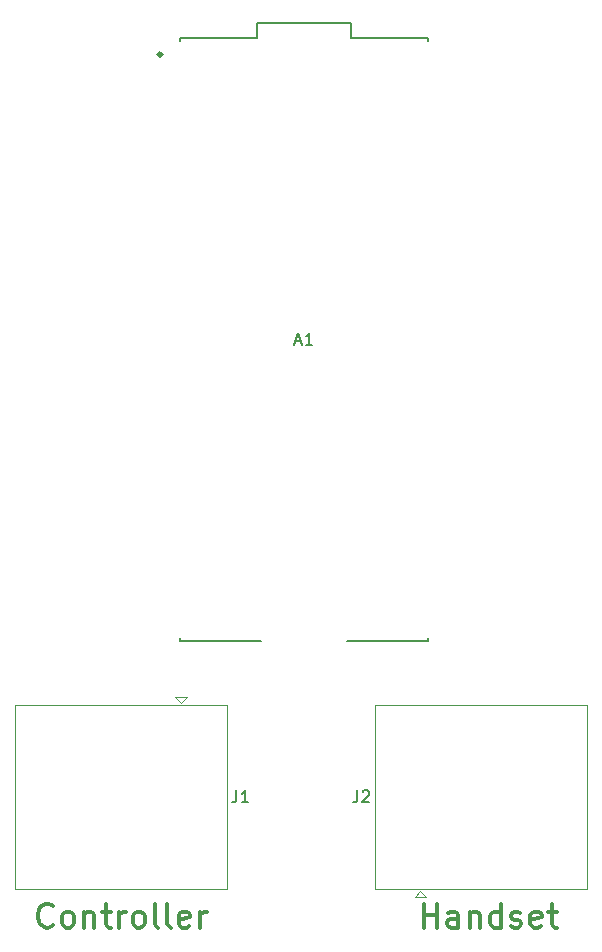
<source format=gbr>
%TF.GenerationSoftware,KiCad,Pcbnew,6.0.10-86aedd382b~118~ubuntu18.04.1*%
%TF.CreationDate,2025-01-01T16:08:03+10:30*%
%TF.ProjectId,pcb,7063622e-6b69-4636-9164-5f7063625858,1*%
%TF.SameCoordinates,Original*%
%TF.FileFunction,Legend,Top*%
%TF.FilePolarity,Positive*%
%FSLAX46Y46*%
G04 Gerber Fmt 4.6, Leading zero omitted, Abs format (unit mm)*
G04 Created by KiCad (PCBNEW 6.0.10-86aedd382b~118~ubuntu18.04.1) date 2025-01-01 16:08:03*
%MOMM*%
%LPD*%
G01*
G04 APERTURE LIST*
%ADD10C,0.300000*%
%ADD11C,0.150000*%
%ADD12C,0.127000*%
%ADD13C,0.120000*%
G04 APERTURE END LIST*
D10*
X109411190Y-136159761D02*
X109411190Y-134159761D01*
X109411190Y-135112142D02*
X110554047Y-135112142D01*
X110554047Y-136159761D02*
X110554047Y-134159761D01*
X112363571Y-136159761D02*
X112363571Y-135112142D01*
X112268333Y-134921666D01*
X112077857Y-134826428D01*
X111696904Y-134826428D01*
X111506428Y-134921666D01*
X112363571Y-136064523D02*
X112173095Y-136159761D01*
X111696904Y-136159761D01*
X111506428Y-136064523D01*
X111411190Y-135874047D01*
X111411190Y-135683571D01*
X111506428Y-135493095D01*
X111696904Y-135397857D01*
X112173095Y-135397857D01*
X112363571Y-135302619D01*
X113315952Y-134826428D02*
X113315952Y-136159761D01*
X113315952Y-135016904D02*
X113411190Y-134921666D01*
X113601666Y-134826428D01*
X113887380Y-134826428D01*
X114077857Y-134921666D01*
X114173095Y-135112142D01*
X114173095Y-136159761D01*
X115982619Y-136159761D02*
X115982619Y-134159761D01*
X115982619Y-136064523D02*
X115792142Y-136159761D01*
X115411190Y-136159761D01*
X115220714Y-136064523D01*
X115125476Y-135969285D01*
X115030238Y-135778809D01*
X115030238Y-135207380D01*
X115125476Y-135016904D01*
X115220714Y-134921666D01*
X115411190Y-134826428D01*
X115792142Y-134826428D01*
X115982619Y-134921666D01*
X116839761Y-136064523D02*
X117030238Y-136159761D01*
X117411190Y-136159761D01*
X117601666Y-136064523D01*
X117696904Y-135874047D01*
X117696904Y-135778809D01*
X117601666Y-135588333D01*
X117411190Y-135493095D01*
X117125476Y-135493095D01*
X116935000Y-135397857D01*
X116839761Y-135207380D01*
X116839761Y-135112142D01*
X116935000Y-134921666D01*
X117125476Y-134826428D01*
X117411190Y-134826428D01*
X117601666Y-134921666D01*
X119315952Y-136064523D02*
X119125476Y-136159761D01*
X118744523Y-136159761D01*
X118554047Y-136064523D01*
X118458809Y-135874047D01*
X118458809Y-135112142D01*
X118554047Y-134921666D01*
X118744523Y-134826428D01*
X119125476Y-134826428D01*
X119315952Y-134921666D01*
X119411190Y-135112142D01*
X119411190Y-135302619D01*
X118458809Y-135493095D01*
X119982619Y-134826428D02*
X120744523Y-134826428D01*
X120268333Y-134159761D02*
X120268333Y-135874047D01*
X120363571Y-136064523D01*
X120554047Y-136159761D01*
X120744523Y-136159761D01*
X78010476Y-135969285D02*
X77915238Y-136064523D01*
X77629523Y-136159761D01*
X77439047Y-136159761D01*
X77153333Y-136064523D01*
X76962857Y-135874047D01*
X76867619Y-135683571D01*
X76772380Y-135302619D01*
X76772380Y-135016904D01*
X76867619Y-134635952D01*
X76962857Y-134445476D01*
X77153333Y-134255000D01*
X77439047Y-134159761D01*
X77629523Y-134159761D01*
X77915238Y-134255000D01*
X78010476Y-134350238D01*
X79153333Y-136159761D02*
X78962857Y-136064523D01*
X78867619Y-135969285D01*
X78772380Y-135778809D01*
X78772380Y-135207380D01*
X78867619Y-135016904D01*
X78962857Y-134921666D01*
X79153333Y-134826428D01*
X79439047Y-134826428D01*
X79629523Y-134921666D01*
X79724761Y-135016904D01*
X79820000Y-135207380D01*
X79820000Y-135778809D01*
X79724761Y-135969285D01*
X79629523Y-136064523D01*
X79439047Y-136159761D01*
X79153333Y-136159761D01*
X80677142Y-134826428D02*
X80677142Y-136159761D01*
X80677142Y-135016904D02*
X80772380Y-134921666D01*
X80962857Y-134826428D01*
X81248571Y-134826428D01*
X81439047Y-134921666D01*
X81534285Y-135112142D01*
X81534285Y-136159761D01*
X82200952Y-134826428D02*
X82962857Y-134826428D01*
X82486666Y-134159761D02*
X82486666Y-135874047D01*
X82581904Y-136064523D01*
X82772380Y-136159761D01*
X82962857Y-136159761D01*
X83629523Y-136159761D02*
X83629523Y-134826428D01*
X83629523Y-135207380D02*
X83724761Y-135016904D01*
X83820000Y-134921666D01*
X84010476Y-134826428D01*
X84200952Y-134826428D01*
X85153333Y-136159761D02*
X84962857Y-136064523D01*
X84867619Y-135969285D01*
X84772380Y-135778809D01*
X84772380Y-135207380D01*
X84867619Y-135016904D01*
X84962857Y-134921666D01*
X85153333Y-134826428D01*
X85439047Y-134826428D01*
X85629523Y-134921666D01*
X85724761Y-135016904D01*
X85820000Y-135207380D01*
X85820000Y-135778809D01*
X85724761Y-135969285D01*
X85629523Y-136064523D01*
X85439047Y-136159761D01*
X85153333Y-136159761D01*
X86962857Y-136159761D02*
X86772380Y-136064523D01*
X86677142Y-135874047D01*
X86677142Y-134159761D01*
X88010476Y-136159761D02*
X87820000Y-136064523D01*
X87724761Y-135874047D01*
X87724761Y-134159761D01*
X89534285Y-136064523D02*
X89343809Y-136159761D01*
X88962857Y-136159761D01*
X88772380Y-136064523D01*
X88677142Y-135874047D01*
X88677142Y-135112142D01*
X88772380Y-134921666D01*
X88962857Y-134826428D01*
X89343809Y-134826428D01*
X89534285Y-134921666D01*
X89629523Y-135112142D01*
X89629523Y-135302619D01*
X88677142Y-135493095D01*
X90486666Y-136159761D02*
X90486666Y-134826428D01*
X90486666Y-135207380D02*
X90581904Y-135016904D01*
X90677142Y-134921666D01*
X90867619Y-134826428D01*
X91058095Y-134826428D01*
D11*
%TO.C,A1*%
X98570714Y-86526666D02*
X99046904Y-86526666D01*
X98475476Y-86812380D02*
X98808809Y-85812380D01*
X99142142Y-86812380D01*
X99999285Y-86812380D02*
X99427857Y-86812380D01*
X99713571Y-86812380D02*
X99713571Y-85812380D01*
X99618333Y-85955238D01*
X99523095Y-86050476D01*
X99427857Y-86098095D01*
%TO.C,J2*%
X103811666Y-124547380D02*
X103811666Y-125261666D01*
X103764047Y-125404523D01*
X103668809Y-125499761D01*
X103525952Y-125547380D01*
X103430714Y-125547380D01*
X104240238Y-124642619D02*
X104287857Y-124595000D01*
X104383095Y-124547380D01*
X104621190Y-124547380D01*
X104716428Y-124595000D01*
X104764047Y-124642619D01*
X104811666Y-124737857D01*
X104811666Y-124833095D01*
X104764047Y-124975952D01*
X104192619Y-125547380D01*
X104811666Y-125547380D01*
%TO.C,J1*%
X93566666Y-124547380D02*
X93566666Y-125261666D01*
X93519047Y-125404523D01*
X93423809Y-125499761D01*
X93280952Y-125547380D01*
X93185714Y-125547380D01*
X94566666Y-125547380D02*
X93995238Y-125547380D01*
X94280952Y-125547380D02*
X94280952Y-124547380D01*
X94185714Y-124690238D01*
X94090476Y-124785476D01*
X93995238Y-124833095D01*
D12*
%TO.C,A1*%
X95285000Y-59560000D02*
X103285000Y-59560000D01*
X88785000Y-61110000D02*
X88785000Y-60860000D01*
X95625000Y-111860000D02*
X88785000Y-111860000D01*
X103285000Y-59560000D02*
X103285000Y-60860000D01*
X109785000Y-60860000D02*
X109785000Y-61110000D01*
X109785000Y-111860000D02*
X102945000Y-111860000D01*
X109785000Y-111860000D02*
X109785000Y-111610000D01*
X88785000Y-60860000D02*
X95285000Y-60860000D01*
X88785000Y-111860000D02*
X88785000Y-111610000D01*
X103285000Y-60860000D02*
X109785000Y-60860000D01*
X95285000Y-60860000D02*
X95285000Y-59560000D01*
D10*
X87245000Y-62230000D02*
G75*
G03*
X87245000Y-62230000I-150000J0D01*
G01*
D13*
%TO.C,J2*%
X105265000Y-117335000D02*
X123225000Y-117335000D01*
X123225000Y-132855000D02*
X123225000Y-117335000D01*
X109145000Y-133040000D02*
X108645000Y-133540000D01*
X105265000Y-117335000D02*
X105265000Y-132855000D01*
X108645000Y-133540000D02*
X109645000Y-133540000D01*
X105265000Y-132855000D02*
X123225000Y-132855000D01*
X109645000Y-133540000D02*
X109145000Y-133040000D01*
%TO.C,J1*%
X92780000Y-132855000D02*
X92780000Y-117335000D01*
X88900000Y-117150000D02*
X89400000Y-116650000D01*
X88400000Y-116650000D02*
X88900000Y-117150000D01*
X92780000Y-117335000D02*
X74820000Y-117335000D01*
X89400000Y-116650000D02*
X88400000Y-116650000D01*
X92780000Y-132855000D02*
X74820000Y-132855000D01*
X74820000Y-117335000D02*
X74820000Y-132855000D01*
%TD*%
M02*

</source>
